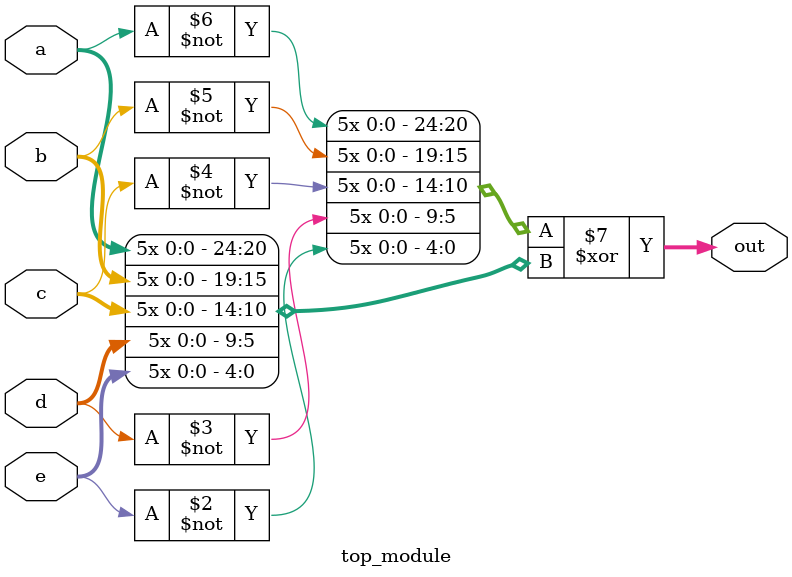
<source format=sv>
module top_module (
    input a,
    input b,
    input c,
    input d,
    input e,
    output reg [24:0] out
);

    always @* begin
        out = { {5{~a}}, {5{~b}}, {5{~c}}, {5{~d}}, {5{~e}} } ^ { {5{a}}, {5{b}}, {5{c}}, {5{d}}, {5{e}} };
    end

endmodule

</source>
